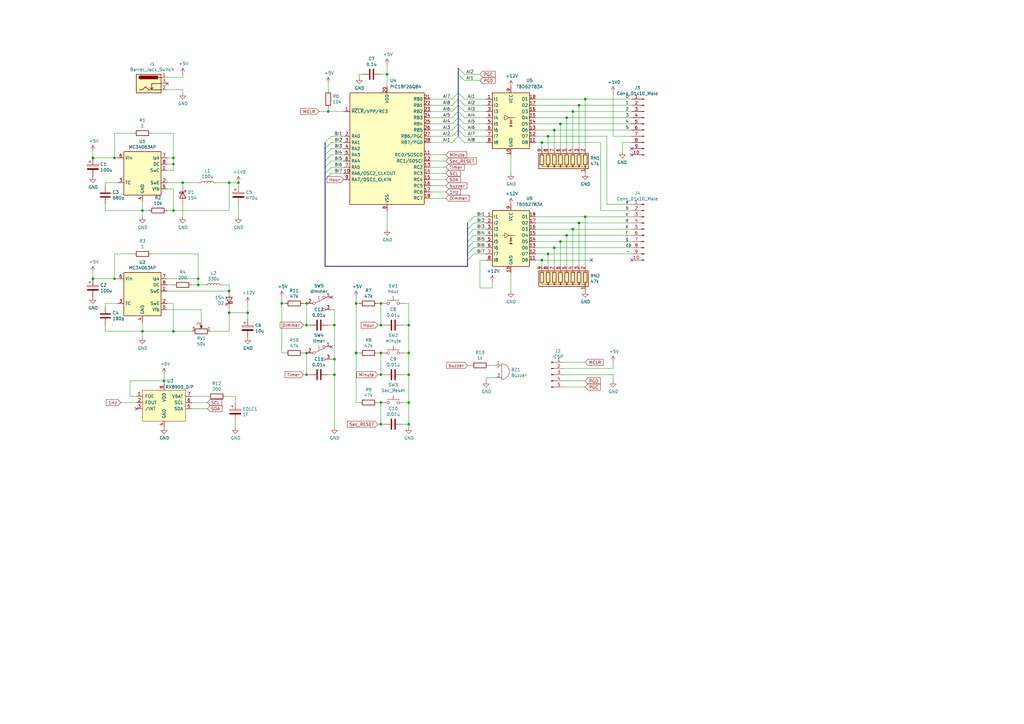
<source format=kicad_sch>
(kicad_sch (version 20231120) (generator "eeschema") (generator_version "8.0")
  (paper "A3")
  (lib_symbols
    (symbol "VFD時計制御-rescue:+12V-power" (power) (pin_names (offset 0))
      (property "Value" "+12V-power" (at 0 3.556 0))
      (symbol "+12V-power_1_1"
        (pin power_in line (at 0 0 90) (length 0) hide (name "+12V") (number "1"))
      )
    )
    (symbol "VFD時計制御-rescue:+1V0-power" (power) (pin_names (offset 0))
      (property "Value" "+1V0-power" (at 0 3.556 0))
      (symbol "+1V0-power_1_1"
        (pin power_in line (at 0 0 90) (length 0) hide (name "+1V0") (number "1"))
      )
    )
    (symbol "VFD時計制御-rescue:+5V-power" (power) (pin_names (offset 0))
      (property "Value" "+5V-power" (at 0 3.556 0))
      (symbol "+5V-power_1_1"
        (pin power_in line (at 0 0 90) (length 0) hide (name "+5V") (number "1"))
      )
    )
    (symbol "VFD時計制御-rescue:Barrel_Jack_Switch-Connector" (pin_names hide)
      (property "Reference" "J" (at 0 5.334 0))
      (property "Value" "Barrel_Jack_Switch-Connector" (at 0 -5.08 0))
      (symbol "Barrel_Jack_Switch-Connector_1_1"
        (pin passive line (at 7.62 2.54 180) (length 2.54) (name "~") (number "1"))
        (pin passive line (at 7.62 -2.54 180) (length 2.54) (name "~") (number "2"))
        (pin passive line (at 7.62 0 180) (length 2.54) (name "~") (number "3"))
      )
    )
    (symbol "VFD時計制御-rescue:Buzzer-Device" (pin_names (offset 0.0254) hide)
      (property "Reference" "BZ" (at 3.81 1.27 0))
      (property "Value" "Buzzer-Device" (at 3.81 -1.27 0))
      (symbol "Buzzer-Device_1_1"
        (pin passive line (at -2.54 2.54 0) (length 2.54) (name "-") (number "1"))
        (pin passive line (at -2.54 -2.54 0) (length 2.54) (name "+") (number "2"))
      )
    )
    (symbol "VFD時計制御-rescue:C-Device" (pin_numbers hide) (pin_names (offset 0.254))
      (property "Reference" "C" (at 0.635 2.54 0))
      (property "Value" "C-Device" (at 0.635 -2.54 0))
      (symbol "C-Device_1_1"
        (pin passive line (at 0 3.81 270) (length 2.794) (name "~") (number "1"))
        (pin passive line (at 0 -3.81 90) (length 2.794) (name "~") (number "2"))
      )
    )
    (symbol "VFD時計制御-rescue:CP-Device" (pin_numbers hide) (pin_names (offset 0.254))
      (property "Reference" "C" (at 0.635 2.54 0))
      (property "Value" "CP-Device" (at 0.635 -2.54 0))
      (symbol "CP-Device_1_1"
        (pin passive line (at 0 3.81 270) (length 2.794) (name "~") (number "1"))
        (pin passive line (at 0 -3.81 90) (length 2.794) (name "~") (number "2"))
      )
    )
    (symbol "VFD時計制御-rescue:Conn_01x05_Male-Connector" (pin_names (offset 1.016) hide)
      (property "Reference" "J" (at 0 7.62 0))
      (property "Value" "Conn_01x05_Male-Connector" (at 0 -7.62 0))
      (symbol "Conn_01x05_Male-Connector_1_1"
        (pin passive line (at 5.08 5.08 180) (length 3.81) (name "Pin_1") (number "1"))
        (pin passive line (at 5.08 2.54 180) (length 3.81) (name "Pin_2") (number "2"))
        (pin passive line (at 5.08 0 180) (length 3.81) (name "Pin_3") (number "3"))
        (pin passive line (at 5.08 -2.54 180) (length 3.81) (name "Pin_4") (number "4"))
        (pin passive line (at 5.08 -5.08 180) (length 3.81) (name "Pin_5") (number "5"))
      )
    )
    (symbol "VFD時計制御-rescue:Conn_01x10_Male-Connector" (pin_names (offset 1.016) hide)
      (property "Reference" "J" (at 0 12.7 0))
      (property "Value" "Conn_01x10_Male-Connector" (at 0 -15.24 0))
      (symbol "Conn_01x10_Male-Connector_1_1"
        (pin passive line (at 5.08 10.16 180) (length 3.81) (name "Pin_1") (number "1"))
        (pin passive line (at 5.08 -12.7 180) (length 3.81) (name "Pin_10") (number "10"))
        (pin passive line (at 5.08 7.62 180) (length 3.81) (name "Pin_2") (number "2"))
        (pin passive line (at 5.08 5.08 180) (length 3.81) (name "Pin_3") (number "3"))
        (pin passive line (at 5.08 2.54 180) (length 3.81) (name "Pin_4") (number "4"))
        (pin passive line (at 5.08 0 180) (length 3.81) (name "Pin_5") (number "5"))
        (pin passive line (at 5.08 -2.54 180) (length 3.81) (name "Pin_6") (number "6"))
        (pin passive line (at 5.08 -5.08 180) (length 3.81) (name "Pin_7") (number "7"))
        (pin passive line (at 5.08 -7.62 180) (length 3.81) (name "Pin_8") (number "8"))
        (pin passive line (at 5.08 -10.16 180) (length 3.81) (name "Pin_9") (number "9"))
      )
    )
    (symbol "VFD時計制御-rescue:D_Schottky-Device" (pin_numbers hide) (pin_names (offset 1.016) hide)
      (property "Reference" "D" (at 0 2.54 0))
      (property "Value" "D_Schottky-Device" (at 0 -2.54 0))
      (symbol "D_Schottky-Device_1_1"
        (pin passive line (at -3.81 0 0) (length 2.54) (name "K") (number "1"))
        (pin passive line (at 3.81 0 180) (length 2.54) (name "A") (number "2"))
      )
    )
    (symbol "VFD時計制御-rescue:GND-power" (power) (pin_names (offset 0))
      (property "Value" "GND-power" (at 0 -3.81 0))
      (symbol "GND-power_1_1"
        (pin power_in line (at 0 0 270) (length 0) hide (name "GND") (number "1"))
      )
    )
    (symbol "VFD時計制御-rescue:L-Device" (pin_numbers hide) (pin_names (offset 1.016) hide)
      (property "Reference" "L" (at -1.27 0 90))
      (property "Value" "L-Device" (at 1.905 0 90))
      (symbol "L-Device_1_1"
        (pin passive line (at 0 3.81 270) (length 1.27) (name "1") (number "1"))
        (pin passive line (at 0 -3.81 90) (length 1.27) (name "2") (number "2"))
      )
    )
    (symbol "VFD時計制御-rescue:MC34063AP-Regulator_Switching"
      (property "Reference" "U" (at -7.62 8.89 0))
      (property "Value" "MC34063AP-Regulator_Switching" (at 0 8.89 0))
      (symbol "MC34063AP-Regulator_Switching_1_1"
        (pin open_collector line (at 10.16 0 180) (length 2.54) (name "SwC") (number "1"))
        (pin open_emitter line (at 10.16 -5.08 180) (length 2.54) (name "SwE") (number "2"))
        (pin passive line (at -10.16 -5.08 0) (length 2.54) (name "TC") (number "3"))
        (pin power_in line (at 0 -12.7 90) (length 2.54) (name "GND") (number "4"))
        (pin input line (at 10.16 -7.62 180) (length 2.54) (name "Vfb") (number "5"))
        (pin power_in line (at -10.16 5.08 0) (length 2.54) (name "Vin") (number "6"))
        (pin input line (at 10.16 5.08 180) (length 2.54) (name "Ipk") (number "7"))
        (pin open_collector line (at 10.16 2.54 180) (length 2.54) (name "DC") (number "8"))
      )
    )
    (symbol "VFD時計制御-rescue:PIC18F26K22-xSP-MCU_Microchip_PIC18"
      (property "Reference" "U" (at -12.7 25.4 0))
      (property "Value" "PIC18F26K22-xSP-MCU_Microchip_PIC18" (at 12.7 25.4 0))
      (symbol "PIC18F26K22-xSP-MCU_Microchip_PIC18_1_1"
        (pin input line (at -17.78 15.24 0) (length 2.54) (name "~{MCLR}/VPP/RE3") (number "1"))
        (pin bidirectional line (at -17.78 -10.16 0) (length 2.54) (name "RA6/OSC2_CLKOUT") (number "10"))
        (pin bidirectional line (at 17.78 -2.54 180) (length 2.54) (name "RC0/SOSCO") (number "11"))
        (pin bidirectional line (at 17.78 -5.08 180) (length 2.54) (name "RC1/SOSCI") (number "12"))
        (pin bidirectional line (at 17.78 -7.62 180) (length 2.54) (name "RC2") (number "13"))
        (pin bidirectional line (at 17.78 -10.16 180) (length 2.54) (name "RC3") (number "14"))
        (pin bidirectional line (at 17.78 -12.7 180) (length 2.54) (name "RC4") (number "15"))
        (pin bidirectional line (at 17.78 -15.24 180) (length 2.54) (name "RC5") (number "16"))
        (pin bidirectional line (at 17.78 -17.78 180) (length 2.54) (name "RC6") (number "17"))
        (pin bidirectional line (at 17.78 -20.32 180) (length 2.54) (name "RC7") (number "18"))
        (pin passive line (at 0 -25.4 90) (length 2.54) hide (name "VSS") (number "19"))
        (pin bidirectional line (at -17.78 5.08 0) (length 2.54) (name "RA0") (number "2"))
        (pin power_in line (at 0 25.4 270) (length 2.54) (name "VDD") (number "20"))
        (pin bidirectional line (at 17.78 20.32 180) (length 2.54) (name "RB0") (number "21"))
        (pin bidirectional line (at 17.78 17.78 180) (length 2.54) (name "RB1") (number "22"))
        (pin bidirectional line (at 17.78 15.24 180) (length 2.54) (name "RB2") (number "23"))
        (pin bidirectional line (at 17.78 12.7 180) (length 2.54) (name "RB3") (number "24"))
        (pin bidirectional line (at 17.78 10.16 180) (length 2.54) (name "RB4") (number "25"))
        (pin bidirectional line (at 17.78 7.62 180) (length 2.54) (name "RB5") (number "26"))
        (pin bidirectional line (at 17.78 5.08 180) (length 2.54) (name "RB6/PGC") (number "27"))
        (pin bidirectional line (at 17.78 2.54 180) (length 2.54) (name "RB7/PGD") (number "28"))
        (pin bidirectional line (at -17.78 2.54 0) (length 2.54) (name "RA1") (number "3"))
        (pin bidirectional line (at -17.78 0 0) (length 2.54) (name "RA2") (number "4"))
        (pin bidirectional line (at -17.78 -2.54 0) (length 2.54) (name "RA3") (number "5"))
        (pin bidirectional line (at -17.78 -5.08 0) (length 2.54) (name "RA4") (number "6"))
        (pin bidirectional line (at -17.78 -7.62 0) (length 2.54) (name "RA5") (number "7"))
        (pin power_in line (at 0 -25.4 90) (length 2.54) (name "VSS") (number "8"))
        (pin bidirectional line (at -17.78 -12.7 0) (length 2.54) (name "RA7/OSC1_CLKIN") (number "9"))
      )
    )
    (symbol "VFD時計制御-rescue:R-Device" (pin_numbers hide) (pin_names (offset 0))
      (property "Reference" "R" (at 2.032 0 90))
      (property "Value" "R-Device" (at 0 0 90))
      (symbol "R-Device_1_1"
        (pin passive line (at 0 3.81 270) (length 1.27) (name "~") (number "1"))
        (pin passive line (at 0 -3.81 90) (length 1.27) (name "~") (number "2"))
      )
    )
    (symbol "VFD時計制御-rescue:RX8900_DIP-My_lib" (pin_names (offset 1.016))
      (property "Reference" "U" (at 0 2.54 0))
      (property "Value" "RX8900_DIP-My_lib" (at 0 0 0))
      (symbol "RX8900_DIP-My_lib_1_1"
        (pin input line (at -6.35 -5.08 0) (length 2.54) (name "FOE") (number "1"))
        (pin input line (at -6.35 -7.62 0) (length 2.54) (name "FOUT") (number "2"))
        (pin input line (at -6.35 -10.16 0) (length 2.54) (name "/INT") (number "3"))
        (pin input line (at 5.08 -17.78 90) (length 2.54) (name "GND") (number "4"))
        (pin input line (at 16.51 -10.16 180) (length 2.54) (name "SDA") (number "5"))
        (pin input line (at 16.51 -7.62 180) (length 2.54) (name "SCL") (number "6"))
        (pin input line (at 16.51 -5.08 180) (length 2.54) (name "VBAT") (number "7"))
        (pin input line (at 5.08 0 270) (length 2.54) (name "VDD") (number "8"))
      )
    )
    (symbol "VFD時計制御-rescue:R_Network08-Device" (pin_names (offset 0) hide)
      (property "Reference" "RN" (at -12.7 0 90))
      (property "Value" "R_Network08-Device" (at 10.16 0 90))
      (symbol "R_Network08-Device_1_1"
        (pin passive line (at -10.16 5.08 270) (length 2.54) (name "common") (number "1"))
        (pin passive line (at -10.16 -5.08 90) (length 1.27) (name "R1") (number "2"))
        (pin passive line (at -7.62 -5.08 90) (length 1.27) (name "R2") (number "3"))
        (pin passive line (at -5.08 -5.08 90) (length 1.27) (name "R3") (number "4"))
        (pin passive line (at -2.54 -5.08 90) (length 1.27) (name "R4") (number "5"))
        (pin passive line (at 0 -5.08 90) (length 1.27) (name "R5") (number "6"))
        (pin passive line (at 2.54 -5.08 90) (length 1.27) (name "R6") (number "7"))
        (pin passive line (at 5.08 -5.08 90) (length 1.27) (name "R7") (number "8"))
        (pin passive line (at 7.62 -5.08 90) (length 1.27) (name "R8") (number "9"))
      )
    )
    (symbol "VFD時計制御-rescue:R_POT-Device" (pin_names (offset 1.016) hide)
      (property "Reference" "RV" (at -4.445 0 90))
      (property "Value" "R_POT-Device" (at -2.54 0 90))
      (symbol "R_POT-Device_1_1"
        (pin passive line (at 0 3.81 270) (length 1.27) (name "1") (number "1"))
        (pin passive line (at 3.81 0 180) (length 1.27) (name "2") (number "2"))
        (pin passive line (at 0 -3.81 90) (length 1.27) (name "3") (number "3"))
      )
    )
    (symbol "VFD時計制御-rescue:SW_Push-Switch" (pin_numbers hide) (pin_names (offset 1.016) hide)
      (property "Reference" "SW" (at 1.27 2.54 0))
      (property "Value" "SW_Push-Switch" (at 0 -1.524 0))
      (symbol "SW_Push-Switch_0_1"
        (pin passive line (at -5.08 0 0) (length 2.54) (name "1") (number "1"))
        (pin passive line (at 5.08 0 180) (length 2.54) (name "2") (number "2"))
      )
    )
    (symbol "VFD時計制御-rescue:SW_Push_SPDT-Switch" (pin_names (offset 0) hide)
      (property "Reference" "SW" (at 0 4.318 0))
      (property "Value" "SW_Push_SPDT-Switch" (at 0 -5.08 0))
      (symbol "SW_Push_SPDT-Switch_1_1"
        (pin passive line (at 5.08 2.54 180) (length 2.54) (name "A") (number "1"))
        (pin passive line (at -5.08 0 0) (length 2.54) (name "B") (number "2"))
        (pin passive line (at 5.08 -2.54 180) (length 2.54) (name "C") (number "3"))
      )
    )
    (symbol "VFD時計制御-rescue:TBD62783A-Transistor_Array"
      (property "Reference" "U" (at -7.62 11.43 0))
      (property "Value" "TBD62783A-Transistor_Array" (at 1.27 11.43 0))
      (symbol "TBD62783A-Transistor_Array_1_1"
        (pin input line (at -10.16 7.62 0) (length 2.54) (name "I1") (number "1"))
        (pin power_in line (at 0 -15.24 90) (length 2.54) (name "GND") (number "10"))
        (pin open_emitter line (at 10.16 -10.16 180) (length 2.54) (name "O8") (number "11"))
        (pin open_emitter line (at 10.16 -7.62 180) (length 2.54) (name "O7") (number "12"))
        (pin open_emitter line (at 10.16 -5.08 180) (length 2.54) (name "O6") (number "13"))
        (pin open_emitter line (at 10.16 -2.54 180) (length 2.54) (name "O5") (number "14"))
        (pin open_emitter line (at 10.16 0 180) (length 2.54) (name "O4") (number "15"))
        (pin open_emitter line (at 10.16 2.54 180) (length 2.54) (name "O3") (number "16"))
        (pin open_emitter line (at 10.16 5.08 180) (length 2.54) (name "O2") (number "17"))
        (pin open_emitter line (at 10.16 7.62 180) (length 2.54) (name "O1") (number "18"))
        (pin input line (at -10.16 5.08 0) (length 2.54) (name "I2") (number "2"))
        (pin input line (at -10.16 2.54 0) (length 2.54) (name "I3") (number "3"))
        (pin input line (at -10.16 0 0) (length 2.54) (name "I4") (number "4"))
        (pin input line (at -10.16 -2.54 0) (length 2.54) (name "I5") (number "5"))
        (pin input line (at -10.16 -5.08 0) (length 2.54) (name "I6") (number "6"))
        (pin input line (at -10.16 -7.62 0) (length 2.54) (name "I7") (number "7"))
        (pin input line (at -10.16 -10.16 0) (length 2.54) (name "I8") (number "8"))
        (pin power_in line (at 0 12.7 270) (length 2.54) (name "VCC") (number "9"))
      )
    )
  )
  (junction (at 137.16 147.32))
  (junction (at 71.12 86.36))
  (junction (at 156.21 173.99))
  (junction (at 137.16 153.67))
  (junction (at 227.33 53.34))
  (junction (at 229.87 50.8))
  (junction (at 167.64 133.35))
  (junction (at 38.1 64.77))
  (junction (at 232.41 48.26))
  (junction (at 134.62 45.72))
  (junction (at 101.6 128.27))
  (junction (at 125.73 153.67))
  (junction (at 38.1 114.3))
  (junction (at 58.42 86.36))
  (junction (at 156.21 133.35))
  (junction (at 167.64 153.67))
  (junction (at 156.21 165.1))
  (junction (at 227.33 101.6))
  (junction (at 81.28 114.3))
  (junction (at 137.16 133.35))
  (junction (at 93.98 119.38))
  (junction (at 224.79 55.88))
  (junction (at 237.49 91.44))
  (junction (at 125.73 124.46))
  (junction (at 71.12 135.89))
  (junction (at 229.87 99.06))
  (junction (at 237.49 43.18))
  (junction (at 222.25 106.68))
  (junction (at 234.95 45.72))
  (junction (at 115.57 124.46))
  (junction (at 71.12 64.77))
  (junction (at 240.03 88.9))
  (junction (at 158.75 30.48))
  (junction (at 224.79 104.14))
  (junction (at 97.79 74.93))
  (junction (at 93.98 74.93))
  (junction (at 125.73 144.78))
  (junction (at 146.05 124.46))
  (junction (at 167.64 144.78))
  (junction (at 46.99 114.3))
  (junction (at 232.41 96.52))
  (junction (at 240.03 40.64))
  (junction (at 81.28 116.84))
  (junction (at 125.73 133.35))
  (junction (at 74.93 74.93))
  (junction (at 58.42 135.89))
  (junction (at 167.64 173.99))
  (junction (at 156.21 124.46))
  (junction (at 156.21 153.67))
  (junction (at 93.98 128.27))
  (junction (at 234.95 93.98))
  (junction (at 71.12 67.31))
  (junction (at 46.99 64.77))
  (junction (at 167.64 165.1))
  (junction (at 67.31 156.21))
  (junction (at 222.25 58.42))
  (junction (at 146.05 144.78))
  (junction (at 156.21 144.78))
  (no_connect (at 55.88 167.64))
  (no_connect (at 68.58 34.29))
  (no_connect (at 259.08 106.68))
  (no_connect (at 135.89 142.24))
  (no_connect (at 259.08 60.96))
  (no_connect (at 135.89 121.92))
  (no_connect (at 259.08 63.5))
  (no_connect (at 242.57 106.68))
  (bus_entry (at 185.42 45.72) (size 2.54 -2.54))
  (bus_entry (at 191.77 99.06) (size 2.54 -2.54))
  (bus_entry (at 185.42 50.8) (size 2.54 -2.54))
  (bus_entry (at 191.77 91.44) (size 2.54 -2.54))
  (bus_entry (at 190.5 53.34) (size -2.54 -2.54))
  (bus_entry (at 190.5 43.18) (size -2.54 -2.54))
  (bus_entry (at 133.35 71.12) (size 2.54 -2.54))
  (bus_entry (at 191.77 104.14) (size 2.54 -2.54))
  (bus_entry (at 133.35 73.66) (size 2.54 -2.54))
  (bus_entry (at 185.42 43.18) (size 2.54 -2.54))
  (bus_entry (at 190.5 40.64) (size -2.54 -2.54))
  (bus_entry (at 190.5 55.88) (size -2.54 -2.54))
  (bus_entry (at 185.42 55.88) (size 2.54 -2.54))
  (bus_entry (at 191.77 93.98) (size 2.54 -2.54))
  (bus_entry (at 191.77 101.6) (size 2.54 -2.54))
  (bus_entry (at 185.42 40.64) (size 2.54 -2.54))
  (bus_entry (at 190.5 58.42) (size -2.54 -2.54))
  (bus_entry (at 185.42 53.34) (size 2.54 -2.54))
  (bus_entry (at 190.5 33.02) (size -2.54 -2.54))
  (bus_entry (at 133.35 66.04) (size 2.54 -2.54))
  (bus_entry (at 190.5 45.72) (size -2.54 -2.54))
  (bus_entry (at 191.77 106.68) (size 2.54 -2.54))
  (bus_entry (at 133.35 63.5) (size 2.54 -2.54))
  (bus_entry (at 133.35 58.42) (size 2.54 -2.54))
  (bus_entry (at 185.42 58.42) (size 2.54 -2.54))
  (bus_entry (at 190.5 48.26) (size -2.54 -2.54))
  (bus_entry (at 133.35 68.58) (size 2.54 -2.54))
  (bus_entry (at 190.5 50.8) (size -2.54 -2.54))
  (bus_entry (at 185.42 48.26) (size 2.54 -2.54))
  (bus_entry (at 191.77 96.52) (size 2.54 -2.54))
  (bus_entry (at 133.35 60.96) (size 2.54 -2.54))
  (bus_entry (at 190.5 30.48) (size -2.54 -2.54))
  (bus (pts (xy 191.77 106.68) (xy 191.77 109.22)))
  (wire (pts (xy 224.79 109.22) (xy 224.79 104.14)))
  (wire (pts (xy 237.49 43.18) (xy 259.08 43.18)))
  (wire (pts (xy 43.18 83.82) (xy 43.18 86.36)))
  (bus (pts (xy 133.35 109.22) (xy 191.77 109.22)))
  (wire (pts (xy 237.49 91.44) (xy 237.49 109.22)))
  (wire (pts (xy 78.74 116.84) (xy 81.28 116.84)))
  (wire (pts (xy 200.66 149.86) (xy 203.2 149.86)))
  (wire (pts (xy 97.79 83.82) (xy 97.79 88.9)))
  (wire (pts (xy 146.05 124.46) (xy 146.05 121.92)))
  (wire (pts (xy 58.42 86.36) (xy 58.42 82.55)))
  (wire (pts (xy 156.21 153.67) (xy 157.48 153.67)))
  (wire (pts (xy 67.31 153.67) (xy 67.31 156.21)))
  (wire (pts (xy 53.34 156.21) (xy 67.31 156.21)))
  (wire (pts (xy 176.53 53.34) (xy 185.42 53.34)))
  (wire (pts (xy 93.98 128.27) (xy 93.98 127)))
  (wire (pts (xy 48.26 64.77) (xy 46.99 64.77)))
  (wire (pts (xy 81.28 114.3) (xy 68.58 114.3)))
  (wire (pts (xy 135.89 147.32) (xy 137.16 147.32)))
  (wire (pts (xy 74.93 83.82) (xy 74.93 88.9)))
  (wire (pts (xy 167.64 165.1) (xy 167.64 173.99)))
  (wire (pts (xy 194.31 88.9) (xy 199.39 88.9)))
  (wire (pts (xy 222.25 106.68) (xy 222.25 109.22)))
  (wire (pts (xy 166.37 144.78) (xy 167.64 144.78)))
  (wire (pts (xy 176.53 68.58) (xy 182.88 68.58)))
  (wire (pts (xy 135.89 55.88) (xy 140.97 55.88)))
  (wire (pts (xy 199.39 106.68) (xy 196.85 106.68)))
  (bus (pts (xy 187.96 53.34) (xy 187.96 55.88)))
  (wire (pts (xy 194.31 104.14) (xy 199.39 104.14)))
  (bus (pts (xy 187.96 48.26) (xy 187.96 50.8)))
  (wire (pts (xy 224.79 104.14) (xy 259.08 104.14)))
  (wire (pts (xy 53.34 162.56) (xy 53.34 156.21)))
  (wire (pts (xy 167.64 153.67) (xy 167.64 144.78)))
  (wire (pts (xy 227.33 101.6) (xy 259.08 101.6)))
  (wire (pts (xy 232.41 96.52) (xy 259.08 96.52)))
  (wire (pts (xy 71.12 77.47) (xy 71.12 86.36)))
  (wire (pts (xy 251.46 55.88) (xy 259.08 55.88)))
  (wire (pts (xy 85.09 162.56) (xy 78.74 162.56)))
  (wire (pts (xy 93.98 74.93) (xy 97.79 74.93)))
  (wire (pts (xy 240.03 109.22) (xy 240.03 88.9)))
  (wire (pts (xy 222.25 106.68) (xy 242.57 106.68)))
  (wire (pts (xy 167.64 144.78) (xy 167.64 133.35)))
  (wire (pts (xy 156.21 124.46) (xy 156.21 133.35)))
  (wire (pts (xy 154.94 173.99) (xy 156.21 173.99)))
  (bus (pts (xy 187.96 45.72) (xy 187.96 48.26)))
  (wire (pts (xy 74.93 74.93) (xy 74.93 76.2)))
  (wire (pts (xy 165.1 133.35) (xy 167.64 133.35)))
  (wire (pts (xy 234.95 60.96) (xy 234.95 45.72)))
  (wire (pts (xy 190.5 48.26) (xy 199.39 48.26)))
  (wire (pts (xy 71.12 54.61) (xy 71.12 64.77)))
  (bus (pts (xy 187.96 43.18) (xy 187.96 45.72)))
  (wire (pts (xy 240.03 88.9) (xy 219.71 88.9)))
  (wire (pts (xy 191.77 149.86) (xy 193.04 149.86)))
  (wire (pts (xy 234.95 93.98) (xy 259.08 93.98)))
  (bus (pts (xy 191.77 93.98) (xy 191.77 96.52)))
  (wire (pts (xy 154.94 153.67) (xy 156.21 153.67)))
  (wire (pts (xy 68.58 116.84) (xy 71.12 116.84)))
  (wire (pts (xy 255.27 62.23) (xy 255.27 58.42)))
  (wire (pts (xy 219.71 53.34) (xy 227.33 53.34)))
  (wire (pts (xy 176.53 58.42) (xy 185.42 58.42)))
  (wire (pts (xy 176.53 63.5) (xy 182.88 63.5)))
  (wire (pts (xy 234.95 45.72) (xy 219.71 45.72)))
  (wire (pts (xy 91.44 116.84) (xy 93.98 116.84)))
  (wire (pts (xy 240.03 40.64) (xy 259.08 40.64)))
  (wire (pts (xy 229.87 50.8) (xy 219.71 50.8)))
  (wire (pts (xy 219.71 96.52) (xy 232.41 96.52)))
  (wire (pts (xy 135.89 127) (xy 137.16 127)))
  (wire (pts (xy 88.9 74.93) (xy 93.98 74.93)))
  (wire (pts (xy 158.75 35.56) (xy 158.75 30.48)))
  (wire (pts (xy 219.71 101.6) (xy 227.33 101.6)))
  (wire (pts (xy 167.64 133.35) (xy 167.64 124.46)))
  (wire (pts (xy 134.62 153.67) (xy 137.16 153.67)))
  (wire (pts (xy 68.58 31.75) (xy 74.93 31.75)))
  (wire (pts (xy 82.55 127) (xy 68.58 127)))
  (wire (pts (xy 135.89 71.12) (xy 140.97 71.12)))
  (wire (pts (xy 135.89 63.5) (xy 140.97 63.5)))
  (wire (pts (xy 227.33 53.34) (xy 227.33 60.96)))
  (wire (pts (xy 240.03 158.75) (xy 231.14 158.75)))
  (wire (pts (xy 194.31 91.44) (xy 199.39 91.44)))
  (wire (pts (xy 71.12 69.85) (xy 68.58 69.85)))
  (wire (pts (xy 130.81 45.72) (xy 134.62 45.72)))
  (wire (pts (xy 49.53 165.1) (xy 55.88 165.1)))
  (wire (pts (xy 38.1 64.77) (xy 46.99 64.77)))
  (wire (pts (xy 190.5 50.8) (xy 199.39 50.8)))
  (wire (pts (xy 115.57 124.46) (xy 115.57 121.92)))
  (wire (pts (xy 137.16 133.35) (xy 137.16 147.32)))
  (bus (pts (xy 133.35 66.04) (xy 133.35 68.58)))
  (wire (pts (xy 190.5 33.02) (xy 196.85 33.02)))
  (wire (pts (xy 60.96 86.36) (xy 58.42 86.36)))
  (wire (pts (xy 199.39 154.94) (xy 203.2 154.94)))
  (wire (pts (xy 176.53 45.72) (xy 185.42 45.72)))
  (wire (pts (xy 166.37 165.1) (xy 167.64 165.1)))
  (wire (pts (xy 137.16 147.32) (xy 137.16 153.67)))
  (wire (pts (xy 156.21 173.99) (xy 157.48 173.99)))
  (bus (pts (xy 133.35 58.42) (xy 133.35 60.96)))
  (wire (pts (xy 240.03 40.64) (xy 219.71 40.64)))
  (wire (pts (xy 74.93 74.93) (xy 81.28 74.93)))
  (wire (pts (xy 134.62 45.72) (xy 140.97 45.72)))
  (wire (pts (xy 222.25 58.42) (xy 246.38 58.42)))
  (wire (pts (xy 176.53 40.64) (xy 185.42 40.64)))
  (wire (pts (xy 135.89 68.58) (xy 140.97 68.58)))
  (bus (pts (xy 187.96 40.64) (xy 187.96 43.18)))
  (wire (pts (xy 156.21 173.99) (xy 156.21 165.1)))
  (wire (pts (xy 176.53 78.74) (xy 182.88 78.74)))
  (wire (pts (xy 93.98 135.89) (xy 93.98 128.27)))
  (wire (pts (xy 78.74 167.64) (xy 85.09 167.64)))
  (wire (pts (xy 156.21 133.35) (xy 154.94 133.35)))
  (wire (pts (xy 251.46 151.13) (xy 231.14 151.13)))
  (wire (pts (xy 255.27 58.42) (xy 259.08 58.42)))
  (wire (pts (xy 176.53 43.18) (xy 185.42 43.18)))
  (wire (pts (xy 240.03 60.96) (xy 240.03 40.64)))
  (wire (pts (xy 158.75 30.48) (xy 158.75 26.67)))
  (wire (pts (xy 62.23 104.14) (xy 81.28 104.14)))
  (wire (pts (xy 156.21 30.48) (xy 158.75 30.48)))
  (wire (pts (xy 176.53 73.66) (xy 182.88 73.66)))
  (wire (pts (xy 234.95 45.72) (xy 259.08 45.72)))
  (wire (pts (xy 176.53 71.12) (xy 182.88 71.12)))
  (wire (pts (xy 227.33 101.6) (xy 227.33 109.22)))
  (wire (pts (xy 176.53 55.88) (xy 185.42 55.88)))
  (wire (pts (xy 137.16 127) (xy 137.16 133.35)))
  (wire (pts (xy 48.26 114.3) (xy 46.99 114.3)))
  (wire (pts (xy 93.98 128.27) (xy 101.6 128.27)))
  (wire (pts (xy 86.36 135.89) (xy 93.98 135.89)))
  (wire (pts (xy 71.12 86.36) (xy 93.98 86.36)))
  (wire (pts (xy 81.28 116.84) (xy 83.82 116.84)))
  (bus (pts (xy 187.96 38.1) (xy 187.96 40.64)))
  (wire (pts (xy 134.62 44.45) (xy 134.62 45.72)))
  (wire (pts (xy 229.87 99.06) (xy 259.08 99.06)))
  (wire (pts (xy 222.25 58.42) (xy 222.25 60.96)))
  (wire (pts (xy 157.48 133.35) (xy 156.21 133.35)))
  (wire (pts (xy 147.32 30.48) (xy 148.59 30.48)))
  (wire (pts (xy 71.12 67.31) (xy 71.12 69.85)))
  (wire (pts (xy 229.87 60.96) (xy 229.87 50.8)))
  (wire (pts (xy 124.46 153.67) (xy 125.73 153.67)))
  (wire (pts (xy 240.03 88.9) (xy 259.08 88.9)))
  (wire (pts (xy 93.98 119.38) (xy 68.58 119.38)))
  (wire (pts (xy 219.71 91.44) (xy 237.49 91.44)))
  (wire (pts (xy 46.99 54.61) (xy 54.61 54.61)))
  (wire (pts (xy 38.1 62.23) (xy 38.1 64.77)))
  (wire (pts (xy 74.93 36.83) (xy 74.93 38.1)))
  (wire (pts (xy 194.31 96.52) (xy 199.39 96.52)))
  (wire (pts (xy 190.5 58.42) (xy 199.39 58.42)))
  (bus (pts (xy 133.35 71.12) (xy 133.35 73.66)))
  (wire (pts (xy 97.79 74.93) (xy 97.79 76.2)))
  (wire (pts (xy 125.73 124.46) (xy 125.73 133.35)))
  (wire (pts (xy 116.84 144.78) (xy 115.57 144.78)))
  (wire (pts (xy 68.58 77.47) (xy 71.12 77.47)))
  (wire (pts (xy 154.94 144.78) (xy 156.21 144.78)))
  (wire (pts (xy 68.58 74.93) (xy 74.93 74.93)))
  (wire (pts (xy 232.41 48.26) (xy 259.08 48.26)))
  (wire (pts (xy 146.05 144.78) (xy 146.05 124.46)))
  (wire (pts (xy 209.55 111.76) (xy 209.55 119.38)))
  (wire (pts (xy 96.52 162.56) (xy 92.71 162.56)))
  (wire (pts (xy 190.5 53.34) (xy 199.39 53.34)))
  (wire (pts (xy 246.38 86.36) (xy 246.38 58.42)))
  (wire (pts (xy 248.92 83.82) (xy 259.08 83.82)))
  (wire (pts (xy 237.49 43.18) (xy 237.49 60.96)))
  (wire (pts (xy 201.93 115.57) (xy 201.93 118.11)))
  (wire (pts (xy 251.46 148.59) (xy 251.46 151.13)))
  (bus (pts (xy 133.35 73.66) (xy 133.35 109.22)))
  (wire (pts (xy 219.71 43.18) (xy 237.49 43.18)))
  (wire (pts (xy 167.64 165.1) (xy 167.64 153.67)))
  (wire (pts (xy 190.5 55.88) (xy 199.39 55.88)))
  (wire (pts (xy 96.52 175.26) (xy 96.52 172.72)))
  (wire (pts (xy 176.53 50.8) (xy 185.42 50.8)))
  (wire (pts (xy 176.53 76.2) (xy 182.88 76.2)))
  (wire (pts (xy 165.1 173.99) (xy 167.64 173.99)))
  (wire (pts (xy 58.42 135.89) (xy 58.42 132.08)))
  (bus (pts (xy 191.77 91.44) (xy 191.77 93.98)))
  (wire (pts (xy 71.12 67.31) (xy 68.58 67.31)))
  (wire (pts (xy 81.28 104.14) (xy 81.28 114.3)))
  (wire (pts (xy 224.79 60.96) (xy 224.79 55.88)))
  (wire (pts (xy 240.03 148.59) (xy 231.14 148.59)))
  (wire (pts (xy 135.89 60.96) (xy 140.97 60.96)))
  (wire (pts (xy 55.88 162.56) (xy 53.34 162.56)))
  (bus (pts (xy 133.35 68.58) (xy 133.35 71.12)))
  (wire (pts (xy 167.64 173.99) (xy 167.64 175.26)))
  (wire (pts (xy 43.18 76.2) (xy 43.18 74.93)))
  (wire (pts (xy 229.87 99.06) (xy 219.71 99.06)))
  (wire (pts (xy 101.6 128.27) (xy 101.6 130.81)))
  (bus (pts (xy 187.96 50.8) (xy 187.96 53.34)))
  (wire (pts (xy 124.46 144.78) (xy 125.73 144.78)))
  (wire (pts (xy 124.46 124.46) (xy 125.73 124.46)))
  (wire (pts (xy 224.79 55.88) (xy 248.92 55.88)))
  (bus (pts (xy 133.35 60.96) (xy 133.35 63.5)))
  (wire (pts (xy 231.14 153.67) (xy 251.46 153.67)))
  (wire (pts (xy 146.05 165.1) (xy 146.05 144.78)))
  (wire (pts (xy 134.62 133.35) (xy 137.16 133.35)))
  (wire (pts (xy 251.46 153.67) (xy 251.46 156.21)))
  (wire (pts (xy 237.49 91.44) (xy 259.08 91.44)))
  (wire (pts (xy 71.12 124.46) (xy 71.12 135.89)))
  (wire (pts (xy 93.98 74.93) (xy 93.98 86.36)))
  (wire (pts (xy 81.28 114.3) (xy 81.28 116.84)))
  (wire (pts (xy 190.5 40.64) (xy 199.39 40.64)))
  (wire (pts (xy 147.32 165.1) (xy 146.05 165.1)))
  (wire (pts (xy 196.85 118.11) (xy 196.85 106.68)))
  (wire (pts (xy 43.18 86.36) (xy 58.42 86.36)))
  (bus (pts (xy 191.77 96.52) (xy 191.77 99.06)))
  (wire (pts (xy 167.64 124.46) (xy 166.37 124.46)))
  (wire (pts (xy 67.31 157.48) (xy 67.31 156.21)))
  (wire (pts (xy 227.33 53.34) (xy 259.08 53.34)))
  (wire (pts (xy 176.53 81.28) (xy 182.88 81.28)))
  (wire (pts (xy 38.1 111.76) (xy 38.1 114.3)))
  (wire (pts (xy 234.95 109.22) (xy 234.95 93.98)))
  (wire (pts (xy 43.18 125.73) (xy 43.18 124.46)))
  (wire (pts (xy 176.53 48.26) (xy 185.42 48.26)))
  (wire (pts (xy 201.93 118.11) (xy 196.85 118.11)))
  (wire (pts (xy 82.55 132.08) (xy 82.55 127)))
  (wire (pts (xy 43.18 74.93) (xy 48.26 74.93)))
  (wire (pts (xy 125.73 153.67) (xy 125.73 144.78)))
  (wire (pts (xy 74.93 31.75) (xy 74.93 30.48)))
  (wire (pts (xy 71.12 135.89) (xy 58.42 135.89)))
  (wire (pts (xy 232.41 96.52) (xy 232.41 109.22)))
  (wire (pts (xy 232.41 48.26) (xy 232.41 60.96)))
  (wire (pts (xy 209.55 71.12) (xy 209.55 63.5)))
  (wire (pts (xy 248.92 83.82) (xy 248.92 55.88)))
  (wire (pts (xy 219.71 58.42) (xy 222.25 58.42)))
  (wire (pts (xy 68.58 36.83) (xy 74.93 36.83)))
  (wire (pts (xy 147.32 144.78) (xy 146.05 144.78)))
  (wire (pts (xy 194.31 99.06) (xy 199.39 99.06)))
  (wire (pts (xy 234.95 93.98) (xy 219.71 93.98)))
  (wire (pts (xy 125.73 153.67) (xy 127 153.67)))
  (bus (pts (xy 187.96 27.94) (xy 187.96 30.48)))
  (bus (pts (xy 191.77 104.14) (xy 191.77 106.68)))
  (wire (pts (xy 219.71 106.68) (xy 222.25 106.68)))
  (wire (pts (xy 194.31 93.98) (xy 199.39 93.98)))
  (wire (pts (xy 156.21 153.67) (xy 156.21 144.78)))
  (wire (pts (xy 46.99 104.14) (xy 46.99 114.3)))
  (wire (pts (xy 224.79 104.14) (xy 219.71 104.14)))
  (wire (pts (xy 93.98 116.84) (xy 93.98 119.38)))
  (wire (pts (xy 116.84 124.46) (xy 115.57 124.46)))
  (wire (pts (xy 231.14 156.21) (xy 240.03 156.21)))
  (wire (pts (xy 96.52 165.1) (xy 96.52 162.56)))
  (wire (pts (xy 147.32 124.46) (xy 146.05 124.46)))
  (wire (pts (xy 134.62 34.29) (xy 134.62 36.83)))
  (wire (pts (xy 125.73 133.35) (xy 124.46 133.35)))
  (bus (pts (xy 133.35 63.5) (xy 133.35 66.04)))
  (wire (pts (xy 176.53 66.04) (xy 182.88 66.04)))
  (wire (pts (xy 137.16 153.67) (xy 137.16 175.26)))
  (wire (pts (xy 58.42 138.43) (xy 58.42 135.89)))
  (wire (pts (xy 251.46 38.1) (xy 251.46 55.88)))
  (wire (pts (xy 219.71 48.26) (xy 232.41 48.26)))
  (wire (pts (xy 127 133.35) (xy 125.73 133.35)))
  (bus (pts (xy 187.96 30.48) (xy 187.96 38.1)))
  (wire (pts (xy 158.75 93.98) (xy 158.75 86.36)))
  (wire (pts (xy 147.32 31.75) (xy 147.32 30.48)))
  (wire (pts (xy 62.23 54.61) (xy 71.12 54.61)))
  (wire (pts (xy 43.18 124.46) (xy 48.26 124.46)))
  (wire (pts (xy 190.5 45.72) (xy 199.39 45.72)))
  (wire (pts (xy 71.12 64.77) (xy 68.58 64.77)))
  (wire (pts (xy 229.87 50.8) (xy 259.08 50.8)))
  (wire (pts (xy 229.87 109.22) (xy 229.87 99.06)))
  (wire (pts (xy 78.74 165.1) (xy 85.09 165.1)))
  (wire (pts (xy 43.18 133.35) (xy 43.18 135.89)))
  (wire (pts (xy 190.5 43.18) (xy 199.39 43.18)))
  (wire (pts (xy 46.99 54.61) (xy 46.99 64.77)))
  (wire (pts (xy 43.18 135.89) (xy 58.42 135.89)))
  (wire (pts (xy 224.79 55.88) (xy 219.71 55.88)))
  (wire (pts (xy 190.5 30.48) (xy 196.85 30.48)))
  (wire (pts (xy 135.89 66.04) (xy 140.97 66.04)))
  (wire (pts (xy 115.57 144.78) (xy 115.57 124.46)))
  (wire (pts (xy 46.99 104.14) (xy 54.61 104.14)))
  (wire (pts (xy 71.12 64.77) (xy 71.12 67.31)))
  (wire (pts (xy 135.89 58.42) (xy 140.97 58.42)))
  (wire (pts (xy 71.12 135.89) (xy 78.74 135.89)))
  (wire (pts (xy 199.39 156.21) (xy 199.39 154.94)))
  (bus (pts (xy 191.77 101.6) (xy 191.77 104.14)))
  (wire (pts (xy 246.38 86.36) (xy 259.08 86.36)))
  (wire (pts (xy 101.6 128.27) (xy 101.6 124.46)))
  (bus (pts (xy 191.77 99.06) (xy 191.77 101.6)))
  (wire (pts (xy 154.94 165.1) (xy 156.21 165.1)))
  (wire (pts (xy 165.1 153.67) (xy 167.64 153.67)))
  (wire (pts (xy 58.42 88.9) (xy 58.42 86.36)))
  (wire (pts (xy 154.94 124.46) (xy 156.21 124.46)))
  (wire (pts (xy 194.31 101.6) (xy 199.39 101.6)))
  (wire (pts (xy 68.58 124.46) (xy 71.12 124.46)))
  (wire (pts (xy 71.12 86.36) (xy 68.58 86.36)))
  (wire (pts (xy 38.1 114.3) (xy 46.99 114.3)))
  (label "BI6" (at 137.16 68.58 0))
  (label "AI6" (at 191.77 53.34 0))
  (label "BI4" (at 137.16 63.5 0))
  (label "AI8" (at 181.61 43.18 0))
  (label "AI7" (at 181.61 40.64 0))
  (label "BI4" (at 195.58 96.52 0))
  (label "dp" (at 256.54 101.6 0))
  (label "AI5" (at 181.61 48.26 0))
  (label "b" (at 256.54 86.36 0))
  (label "AI2" (at 191.77 43.18 0))
  (label "BI3" (at 137.16 60.96 0))
  (label "g" (at 256.54 99.06 0))
  (label "BI7" (at 195.58 104.14 0))
  (label "-" (at 256.54 104.14 0))
  (label "BI2" (at 195.58 91.44 0))
  (label "4" (at 256.54 50.8 0))
  (label "AI8" (at 191.77 58.42 0))
  (label "f" (at 256.54 96.52 0))
  (label "AI2" (at 181.61 55.88 0))
  (label "AI1" (at 191.77 40.64 0))
  (label "AI4" (at 181.61 50.8 0))
  (label "e" (at 256.54 93.98 0))
  (label "BI1" (at 195.58 88.9 0))
  (label "BI1" (at 137.16 55.88 0))
  (label "AI2" (at 194.31 30.48 180))
  (label "AI1" (at 194.31 33.02 180))
  (label "BI5" (at 195.58 99.06 0))
  (label "BI7" (at 137.16 71.12 0))
  (label "5" (at 256.54 53.34 0))
  (label "a" (at 256.54 83.82 0))
  (label "AI6" (at 181.61 45.72 0))
  (label "1" (at 256.54 43.18 0))
  (label "BI3" (at 195.58 93.98 0))
  (label "c" (at 256.54 88.9 0))
  (label "2" (at 256.54 45.72 0))
  (label "AI7" (at 191.77 55.88 0))
  (label "d" (at 256.54 91.44 0))
  (label "0" (at 256.54 40.64 0))
  (label "BI2" (at 137.16 58.42 0))
  (label "BI6" (at 195.58 101.6 0))
  (label "AI1" (at 181.61 58.42 0))
  (label "AI4" (at 191.77 48.26 0))
  (label "BI5" (at 137.16 66.04 0))
  (label "AI3" (at 181.61 53.34 0))
  (label "AI5" (at 191.77 50.8 0))
  (label "3" (at 256.54 48.26 0))
  (label "AI3" (at 191.77 45.72 0))
  (global_label "1Hz" (shape input) (at 182.88 78.74 0) (property "Intersheetrefs" "${INTERSHEET_REFS}" (effects (hide yes))))
  (global_label "PGD" (shape input) (at 240.03 156.21 0) (property "Intersheetrefs" "${INTERSHEET_REFS}" (effects (hide yes))))
  (global_label "Timer" (shape input) (at 182.88 68.58 0) (property "Intersheetrefs" "${INTERSHEET_REFS}" (effects (hide yes))))
  (global_label "1Hz" (shape input) (at 49.53 165.1 180) (property "Intersheetrefs" "${INTERSHEET_REFS}" (effects (hide yes))))
  (global_label "Sec_RESET" (shape input) (at 154.94 173.99 180) (property "Intersheetrefs" "${INTERSHEET_REFS}" (effects (hide yes))))
  (global_label "Dimmer" (shape input) (at 124.46 133.35 180) (property "Intersheetrefs" "${INTERSHEET_REFS}" (effects (hide yes))))
  (global_label "Minute" (shape input) (at 182.88 63.5 0) (property "Intersheetrefs" "${INTERSHEET_REFS}" (effects (hide yes))))
  (global_label "PGC" (shape input) (at 240.03 158.75 0) (property "Intersheetrefs" "${INTERSHEET_REFS}" (effects (hide yes))))
  (global_label "Timer" (shape input) (at 124.46 153.67 180) (property "Intersheetrefs" "${INTERSHEET_REFS}" (effects (hide yes))))
  (global_label "Hour" (shape input) (at 140.97 73.66 180) (property "Intersheetrefs" "${INTERSHEET_REFS}" (effects (hide yes))))
  (global_label "Sec_RESET" (shape input) (at 182.88 66.04 0) (property "Intersheetrefs" "${INTERSHEET_REFS}" (effects (hide yes))))
  (global_label "SCL" (shape input) (at 182.88 71.12 0) (property "Intersheetrefs" "${INTERSHEET_REFS}" (effects (hide yes))))
  (global_label "MCLR" (shape input) (at 240.03 148.59 0) (property "Intersheetrefs" "${INTERSHEET_REFS}" (effects (hide yes))))
  (global_label "PGC" (shape input) (at 196.85 30.48 0) (property "Intersheetrefs" "${INTERSHEET_REFS}" (effects (hide yes))))
  (global_label "SDA" (shape input) (at 182.88 73.66 0) (property "Intersheetrefs" "${INTERSHEET_REFS}" (effects (hide yes))))
  (global_label "PGD" (shape input) (at 196.85 33.02 0) (property "Intersheetrefs" "${INTERSHEET_REFS}" (effects (hide yes))))
  (global_label "SCL" (shape input) (at 85.09 165.1 0) (property "Intersheetrefs" "${INTERSHEET_REFS}" (effects (hide yes))))
  (global_label "SDA" (shape input) (at 85.09 167.64 0) (property "Intersheetrefs" "${INTERSHEET_REFS}" (effects (hide yes))))
  (global_label "Dimmer" (shape input) (at 182.88 81.28 0) (property "Intersheetrefs" "${INTERSHEET_REFS}" (effects (hide yes))))
  (global_label "Minute" (shape input) (at 154.94 153.67 180) (property "Intersheetrefs" "${INTERSHEET_REFS}" (effects (hide yes))))
  (global_label "buzzer" (shape input) (at 191.77 149.86 180) (property "Intersheetrefs" "${INTERSHEET_REFS}" (effects (hide yes))))
  (global_label "MCLR" (shape input) (at 130.81 45.72 180) (property "Intersheetrefs" "${INTERSHEET_REFS}" (effects (hide yes))))
  (global_label "buzzer" (shape input) (at 182.88 76.2 0) (property "Intersheetrefs" "${INTERSHEET_REFS}" (effects (hide yes))))
  (global_label "Hour" (shape input) (at 154.94 133.35 180) (property "Intersheetrefs" "${INTERSHEET_REFS}" (effects (hide yes))))
  (symbol (lib_id "VFD時計制御-rescue:MC34063AP-Regulator_Switching") (at 58.42 69.85 0) (unit 1)
    (property "Reference" "U1" (at 58.42 57.9882 0))
    (property "Value" "MC34063AP" (at 58.42 60.2996 0))
    (property "Footprint" "Package_DIP:DIP-8_W7.62mm" (effects (hide yes)))
    (property "Datasheet" "http://www.onsemi.com/pub_link/Collateral/MC34063A-D.PDF" (effects (hide yes)))
  )
  (symbol (lib_id "VFD時計制御-rescue:GND-power") (at 58.42 88.9 0) (unit 1)
    (property "Reference" "#PWR05" (effects (hide yes)))
    (property "Value" "GND" (at 58.547 93.2942 0))
  )
  (symbol (lib_id "VFD時計制御-rescue:MC34063AP-Regulator_Switching") (at 58.42 119.38 0) (unit 1)
    (property "Reference" "U2" (at 58.42 107.5182 0))
    (property "Value" "MC34063AP" (at 58.42 109.8296 0))
    (property "Footprint" "Package_DIP:DIP-8_W7.62mm" (effects (hide yes)))
    (property "Datasheet" "http://www.onsemi.com/pub_link/Collateral/MC34063A-D.PDF" (effects (hide yes)))
  )
  (symbol (lib_id "VFD時計制御-rescue:C-Device") (at 43.18 129.54 0) (unit 1)
    (property "Reference" "C4" (at 46.101 128.3716 0) (effects (justify left)))
    (property "Value" "180p" (at 46.101 130.683 0) (effects (justify left)))
    (property "Footprint" "Capacitor_THT:C_Disc_D3.0mm_W1.6mm_P2.50mm" (effects (hide yes)))
  )
  (symbol (lib_id "VFD時計制御-rescue:GND-power") (at 58.42 138.43 0) (unit 1)
    (property "Reference" "#PWR06" (effects (hide yes)))
    (property "Value" "GND" (at 58.547 142.8242 0))
  )
  (symbol (lib_id "VFD時計制御-rescue:R-Device") (at 58.42 104.14 270) (unit 1)
    (property "Reference" "R3" (at 58.42 98.8822 90))
    (property "Value" "1" (at 58.42 101.1936 90))
    (property "Footprint" "Resistor_THT:R_Axial_DIN0207_L6.3mm_D2.5mm_P10.16mm_Horizontal" (effects (hide yes)))
  )
  (symbol (lib_id "VFD時計制御-rescue:D_Schottky-Device") (at 93.98 123.19 90) (unit 1)
    (property "Reference" "D2" (at 91.948 124.3584 90) (effects (justify left)))
    (property "Value" "1S4" (at 91.948 122.047 90) (effects (justify left)))
    (property "Footprint" "Diode_THT:D_DO-34_SOD68_P2.54mm_Vertical_AnodeUp" (effects (hide yes)))
  )
  (symbol (lib_id "VFD時計制御-rescue:CP-Device") (at 101.6 134.62 0) (unit 1)
    (property "Reference" "C6" (at 104.5972 133.4516 0) (effects (justify left)))
    (property "Value" "10u" (at 104.5972 135.763 0) (effects (justify left)))
    (property "Footprint" "Capacitor_THT:CP_Radial_D5.0mm_P2.00mm" (effects (hide yes)))
  )
  (symbol (lib_id "VFD時計制御-rescue:+12V-power") (at 101.6 124.46 0) (unit 1)
    (property "Reference" "#PWR012" (effects (hide yes)))
    (property "Value" "+12V" (at 101.981 120.0658 0))
  )
  (symbol (lib_id "VFD時計制御-rescue:R-Device") (at 64.77 86.36 270) (unit 1)
    (property "Reference" "R2" (at 64.77 81.1022 90))
    (property "Value" "10k" (at 64.77 83.4136 90))
    (property "Footprint" "Resistor_THT:R_Axial_DIN0207_L6.3mm_D2.5mm_P10.16mm_Horizontal" (effects (hide yes)))
  )
  (symbol (lib_id "VFD時計制御-rescue:D_Schottky-Device") (at 74.93 80.01 270) (unit 1)
    (property "Reference" "D1" (at 76.962 78.8416 90) (effects (justify left)))
    (property "Value" "1S4" (at 76.962 81.153 90) (effects (justify left)))
    (property "Footprint" "Diode_THT:D_DO-34_SOD68_P2.54mm_Vertical_AnodeUp" (effects (hide yes)))
  )
  (symbol (lib_id "VFD時計制御-rescue:L-Device") (at 85.09 74.93 90) (unit 1)
    (property "Reference" "L1" (at 85.09 70.104 90))
    (property "Value" "100u" (at 85.09 72.4154 90))
    (property "Footprint" "Inductor_THT:L_Axial_L9.5mm_D4.0mm_P12.70mm_Horizontal_Fastron_SMCC" (effects (hide yes)))
  )
  (symbol (lib_id "VFD時計制御-rescue:R-Device") (at 74.93 116.84 270) (unit 1)
    (property "Reference" "R4" (at 74.93 111.5822 90))
    (property "Value" "200" (at 74.93 113.8936 90))
    (property "Footprint" "Resistor_THT:R_Axial_DIN0207_L6.3mm_D2.5mm_P10.16mm_Horizontal" (effects (hide yes)))
  )
  (symbol (lib_id "VFD時計制御-rescue:CP-Device") (at 97.79 80.01 0) (unit 1)
    (property "Reference" "C5" (at 100.7872 78.8416 0) (effects (justify left)))
    (property "Value" "470u" (at 100.7872 81.153 0) (effects (justify left)))
    (property "Footprint" "Capacitor_Tantalum_SMD:CP_EIA-7343-30_AVX-N_Pad2.25x2.55mm_HandSolder" (effects (hide yes)))
  )
  (symbol (lib_id "VFD時計制御-rescue:+1V0-power") (at 97.79 74.93 0) (unit 1)
    (property "Reference" "#PWR010" (effects (hide yes)))
    (property "Value" "+1V0" (at 98.171 70.5358 0))
  )
  (symbol (lib_id "VFD時計制御-rescue:GND-power") (at 101.6 138.43 0) (unit 1)
    (property "Reference" "#PWR013" (effects (hide yes)))
    (property "Value" "GND" (at 101.727 142.8242 0))
  )
  (symbol (lib_id "VFD時計制御-rescue:C-Device") (at 43.18 80.01 0) (unit 1)
    (property "Reference" "C3" (at 46.101 78.8416 0) (effects (justify left)))
    (property "Value" "680p" (at 46.101 81.153 0) (effects (justify left)))
    (property "Footprint" "Capacitor_THT:C_Disc_D3.0mm_W1.6mm_P2.50mm" (effects (hide yes)))
  )
  (symbol (lib_id "VFD時計制御-rescue:PIC18F26K22-xSP-MCU_Microchip_PIC18") (at 158.75 60.96 0) (unit 1)
    (property "Reference" "U4" (at 161.29 33.02 0))
    (property "Value" "PIC18F26Q84" (at 166.37 35.56 0))
    (property "Footprint" "Package_DIP:DIP-28_W7.62mm" (effects (hide yes)))
    (property "Datasheet" "http://ww1.microchip.com/downloads/en/DeviceDoc/40001412G.pdf" (effects (hide yes)))
  )
  (symbol (lib_id "VFD時計制御-rescue:R_POT-Device") (at 82.55 135.89 270) (mirror x) (unit 1)
    (property "Reference" "RV1" (at 82.55 138.811 90))
    (property "Value" "50k" (at 82.55 141.1224 90))
    (property "Footprint" "Potentiometer_THT:Potentiometer_Bourns_3386C_Horizontal" (effects (hide yes)))
  )
  (symbol (lib_id "VFD時計制御-rescue:L-Device") (at 87.63 116.84 90) (unit 1)
    (property "Reference" "L2" (at 87.63 112.014 90))
    (property "Value" "330u" (at 87.63 114.3254 90))
    (property "Footprint" "Inductor_THT:L_Axial_L9.5mm_D4.0mm_P12.70mm_Horizontal_Fastron_SMCC" (effects (hide yes)))
  )
  (symbol (lib_id "VFD時計制御-rescue:R-Device") (at 58.42 54.61 270) (unit 1)
    (property "Reference" "R1" (at 58.42 49.3522 90))
    (property "Value" "1" (at 58.42 51.6636 90))
    (property "Footprint" "Resistor_THT:R_Axial_DIN0207_L6.3mm_D2.5mm_P10.16mm_Horizontal" (effects (hide yes)))
  )
  (symbol (lib_id "VFD時計制御-rescue:TBD62783A-Transistor_Array") (at 209.55 48.26 0) (unit 1)
    (property "Reference" "U5" (at 217.17 33.02 0))
    (property "Value" "TBD62783A" (at 217.17 35.56 0))
    (property "Footprint" "Package_DIP:DIP-18_W7.62mm" (effects (hide yes)))
    (property "Datasheet" "http://toshiba.semicon-storage.com/info/docget.jsp?did=30523&prodName=TBD62783APG" (effects (hide yes)))
  )
  (symbol (lib_id "VFD時計制御-rescue:R_Network08-Device") (at 229.87 66.04 180) (unit 1)
    (property "Reference" "RN1" (at 242.062 64.8716 0) (effects (justify right)))
    (property "Value" "47k" (at 242.062 67.183 0) (effects (justify right)))
    (property "Footprint" "Resistor_THT:R_Array_SIP9" (effects (hide yes)))
    (property "Datasheet" "http://www.vishay.com/docs/31509/csc.pdf" (effects (hide yes)))
  )
  (symbol (lib_id "VFD時計制御-rescue:+5V-power") (at 146.05 121.92 0) (unit 1)
    (property "Reference" "#PWR0101" (effects (hide yes)))
    (property "Value" "+5V" (at 146.431 117.5258 0))
  )
  (symbol (lib_id "VFD時計制御-rescue:C-Device") (at 161.29 133.35 270) (unit 1)
    (property "Reference" "C8" (at 161.29 126.9492 90))
    (property "Value" "0.01u" (at 161.29 129.2606 90))
    (property "Footprint" "Capacitor_SMD:C_0603_1608Metric_Pad1.08x0.95mm_HandSolder" (effects (hide yes)))
  )
  (symbol (lib_id "VFD時計制御-rescue:RX8900_DIP-My_lib") (at 62.23 157.48 0) (unit 1)
    (property "Reference" "U3" (at 69.85 156.21 0))
    (property "Value" "RX8900_DIP" (at 73.66 158.75 0))
    (property "Footprint" "MyLib:DIP-8_Module_W7.62mm" (effects (hide yes)))
  )
  (symbol (lib_id "VFD時計制御-rescue:R-Device") (at 151.13 124.46 270) (unit 1)
    (property "Reference" "R7" (at 151.13 119.2022 90))
    (property "Value" "47k" (at 151.13 121.5136 90))
    (property "Footprint" "Resistor_THT:R_Axial_DIN0207_L6.3mm_D2.5mm_P10.16mm_Horizontal" (effects (hide yes)))
  )
  (symbol (lib_id "VFD時計制御-rescue:GND-power") (at 240.03 71.12 0) (unit 1)
    (property "Reference" "#PWR025" (effects (hide yes)))
    (property "Value" "GND" (at 240.157 75.5142 0))
  )
  (symbol (lib_id "VFD時計制御-rescue:GND-power") (at 209.55 71.12 0) (unit 1)
    (property "Reference" "#PWR022" (effects (hide yes)))
    (property "Value" "GND" (at 209.677 75.5142 0))
  )
  (symbol (lib_id "VFD時計制御-rescue:C-Device") (at 161.29 153.67 270) (unit 1)
    (property "Reference" "C9" (at 161.29 147.2692 90))
    (property "Value" "0.01u" (at 161.29 149.5806 90))
    (property "Footprint" "Capacitor_SMD:C_0603_1608Metric_Pad1.08x0.95mm_HandSolder" (effects (hide yes)))
  )
  (symbol (lib_id "VFD時計制御-rescue:+12V-power") (at 201.93 115.57 0) (unit 1)
    (property "Reference" "#PWR0106" (effects (hide yes)))
    (property "Value" "+12V" (at 202.311 111.1758 0))
  )
  (symbol (lib_id "VFD時計制御-rescue:C-Device") (at 161.29 173.99 270) (unit 1)
    (property "Reference" "C10" (at 161.29 167.5892 90))
    (property "Value" "0.01u" (at 161.29 169.9006 90))
    (property "Footprint" "Capacitor_SMD:C_0603_1608Metric_Pad1.08x0.95mm_HandSolder" (effects (hide yes)))
  )
  (symbol (lib_id "VFD時計制御-rescue:R-Device") (at 151.13 144.78 270) (unit 1)
    (property "Reference" "R8" (at 151.13 139.5222 90))
    (property "Value" "47k" (at 151.13 141.8336 90))
    (property "Footprint" "Resistor_THT:R_Axial_DIN0207_L6.3mm_D2.5mm_P10.16mm_Horizontal" (effects (hide yes)))
  )
  (symbol (lib_id "VFD時計制御-rescue:TBD62783A-Transistor_Array") (at 209.55 96.52 0) (unit 1)
    (property "Reference" "U6" (at 217.17 81.28 0))
    (property "Value" "TBD62783A" (at 217.17 83.82 0))
    (property "Footprint" "Package_DIP:DIP-18_W7.62mm" (effects (hide yes)))
    (property "Datasheet" "http://toshiba.semicon-storage.com/info/docget.jsp?did=30523&prodName=TBD62783APG" (effects (hide yes)))
  )
  (symbol (lib_id "VFD時計制御-rescue:R_Network08-Device") (at 229.87 114.3 180) (unit 1)
    (property "Reference" "RN2" (at 242.062 113.1316 0) (effects (justify right)))
    (property "Value" "47k" (at 242.062 115.443 0) (effects (justify right)))
    (property "Footprint" "Resistor_THT:R_Array_SIP9" (effects (hide yes)))
    (property "Datasheet" "http://www.vishay.com/docs/31509/csc.pdf" (effects (hide yes)))
  )
  (symbol (lib_id "VFD時計制御-rescue:GND-power") (at 240.03 119.38 0) (unit 1)
    (property "Reference" "#PWR026" (effects (hide yes)))
    (property "Value" "GND" (at 240.157 123.7742 0))
  )
  (symbol (lib_id "VFD時計制御-rescue:GND-power") (at 209.55 119.38 0) (unit 1)
    (property "Reference" "#PWR024" (effects (hide yes)))
    (property "Value" "GND" (at 209.677 123.7742 0))
  )
  (symbol (lib_id "VFD時計制御-rescue:R-Device") (at 151.13 165.1 270) (unit 1)
    (property "Reference" "R9" (at 151.13 159.8422 90))
    (property "Value" "47k" (at 151.13 162.1536 90))
    (property "Footprint" "Resistor_THT:R_Axial_DIN0207_L6.3mm_D2.5mm_P10.16mm_Horizontal" (effects (hide yes)))
  )
  (symbol (lib_id "VFD時計制御-rescue:+12V-power") (at 209.55 35.56 0) (unit 1)
    (property "Reference" "#PWR021" (effects (hide yes)))
    (property "Value" "+12V" (at 209.931 31.1658 0))
  )
  (symbol (lib_id "VFD時計制御-rescue:+12V-power") (at 209.55 83.82 0) (unit 1)
    (property "Reference" "#PWR023" (effects (hide yes)))
    (property "Value" "+12V" (at 209.931 79.4258 0))
  )
  (symbol (lib_id "VFD時計制御-rescue:GND-power") (at 255.27 62.23 0) (mirror y) (unit 1)
    (property "Reference" "#PWR030" (effects (hide yes)))
    (property "Value" "GND" (at 255.143 66.6242 0))
  )
  (symbol (lib_id "VFD時計制御-rescue:Conn_01x10_Male-Connector") (at 264.16 50.8 0) (mirror y) (unit 1)
    (property "Reference" "J3" (at 261.4168 36.0426 0))
    (property "Value" "Conn_01x10_Male" (at 261.4168 38.354 0))
    (property "Footprint" "Connector_PinHeader_2.54mm:PinHeader_1x10_P2.54mm_Vertical" (effects (hide yes)))
  )
  (symbol (lib_id "VFD時計制御-rescue:+1V0-power") (at 251.46 38.1 0) (unit 1)
    (property "Reference" "#PWR029" (effects (hide yes)))
    (property "Value" "+1V0" (at 251.841 33.7058 0))
  )
  (symbol (lib_id "VFD時計制御-rescue:Conn_01x10_Male-Connector") (at 264.16 93.98 0) (mirror y) (unit 1)
    (property "Reference" "J4" (at 261.4168 79.2226 0))
    (property "Value" "Conn_01x10_Male" (at 261.4168 81.534 0))
    (property "Footprint" "Connector_PinHeader_2.54mm:PinHeader_1x10_P2.54mm_Vertical" (effects (hide yes)))
  )
  (symbol (lib_id "VFD時計制御-rescue:GND-power") (at 167.64 175.26 0) (unit 1)
    (property "Reference" "#PWR0102" (effects (hide yes)))
    (property "Value" "GND" (at 167.767 179.6542 0))
  )
  (symbol (lib_id "VFD時計制御-rescue:+5V-power") (at 115.57 121.92 0) (unit 1)
    (property "Reference" "#PWR0103" (effects (hide yes)))
    (property "Value" "+5V" (at 115.951 117.5258 0))
  )
  (symbol (lib_id "VFD時計制御-rescue:C-Device") (at 130.81 133.35 270) (unit 1)
    (property "Reference" "C12" (at 130.81 126.9492 90))
    (property "Value" "0.01u" (at 130.81 129.2606 90))
    (property "Footprint" "Capacitor_SMD:C_0603_1608Metric_Pad1.08x0.95mm_HandSolder" (effects (hide yes)))
  )
  (symbol (lib_id "VFD時計制御-rescue:R-Device") (at 120.65 124.46 270) (unit 1)
    (property "Reference" "R11" (at 120.65 119.2022 90))
    (property "Value" "47k" (at 120.65 121.5136 90))
    (property "Footprint" "Resistor_THT:R_Axial_DIN0207_L6.3mm_D2.5mm_P10.16mm_Horizontal" (effects (hide yes)))
  )
  (symbol (lib_id "VFD時計制御-rescue:C-Device") (at 130.81 153.67 270) (unit 1)
    (property "Reference" "C11" (at 130.81 147.2692 90))
    (property "Value" "0.01u" (at 130.81 149.5806 90))
    (property "Footprint" "Capacitor_SMD:C_0603_1608Metric_Pad1.08x0.95mm_HandSolder" (effects (hide yes)))
  )
  (symbol (lib_id "VFD時計制御-rescue:R-Device") (at 120.65 144.78 270) (unit 1)
    (property "Reference" "R10" (at 120.65 139.5222 90))
    (property "Value" "47k" (at 120.65 141.8336 90))
    (property "Footprint" "Resistor_THT:R_Axial_DIN0207_L6.3mm_D2.5mm_P10.16mm_Horizontal" (effects (hide yes)))
  )
  (symbol (lib_id "VFD時計制御-rescue:GND-power") (at 137.16 175.26 0) (unit 1)
    (property "Reference" "#PWR0104" (effects (hide yes)))
    (property "Value" "GND" (at 137.287 179.6542 0))
  )
  (symbol (lib_id "VFD時計制御-rescue:SW_Push_SPDT-Switch") (at 130.81 124.46 0) (unit 1)
    (property "Reference" "SW5" (at 130.81 117.221 0))
    (property "Value" "dimmer" (at 130.81 119.5324 0))
    (property "Footprint" "Connector_PinHeader_2.54mm:PinHeader_1x03_P2.54mm_Vertical" (effects (hide yes)))
  )
  (symbol (lib_id "VFD時計制御-rescue:SW_Push_SPDT-Switch") (at 130.81 144.78 0) (unit 1)
    (property "Reference" "SW4" (at 130.81 137.541 0))
    (property "Value" "timer" (at 130.81 139.8524 0))
    (property "Footprint" "Connector_PinHeader_2.54mm:PinHeader_1x03_P2.54mm_Vertical" (effects (hide yes)))
  )
  (symbol (lib_id "VFD時計制御-rescue:R-Device") (at 134.62 40.64 0) (unit 1)
    (property "Reference" "R6" (at 136.398 39.4716 0) (effects (justify left)))
    (property "Value" "10k" (at 136.398 41.783 0) (effects (justify left)))
    (property "Footprint" "Resistor_THT:R_Axial_DIN0207_L6.3mm_D2.5mm_P10.16mm_Horizontal" (effects (hide yes)))
  )
  (symbol (lib_id "VFD時計制御-rescue:+5V-power") (at 158.75 26.67 0) (unit 1)
    (property "Reference" "#PWR019" (effects (hide yes)))
    (property "Value" "+5V" (at 159.131 22.2758 0))
  )
  (symbol (lib_id "VFD時計制御-rescue:C-Device") (at 152.4 30.48 270) (unit 1)
    (property "Reference" "C7" (at 152.4 24.0792 90))
    (property "Value" "0.1u" (at 152.4 26.3906 90))
    (property "Footprint" "Capacitor_SMD:C_0603_1608Metric_Pad1.08x0.95mm_HandSolder" (effects (hide yes)))
  )
  (symbol (lib_id "VFD時計制御-rescue:GND-power") (at 147.32 31.75 0) (unit 1)
    (property "Reference" "#PWR018" (effects (hide yes)))
    (property "Value" "GND" (at 147.447 36.1442 0))
  )
  (symbol (lib_id "VFD時計制御-rescue:SW_Push-Switch") (at 161.29 124.46 0) (unit 1)
    (property "Reference" "SW1" (at 161.29 117.221 0))
    (property "Value" "hour" (at 161.29 119.5324 0))
    (property "Footprint" "Resistor_THT:R_Axial_DIN0204_L3.6mm_D1.6mm_P5.08mm_Horizontal" (effects (hide yes)))
  )
  (symbol (lib_id "VFD時計制御-rescue:SW_Push-Switch") (at 161.29 144.78 0) (unit 1)
    (property "Reference" "SW2" (at 161.29 137.541 0))
    (property "Value" "minute" (at 161.29 139.8524 0))
    (property "Footprint" "Resistor_THT:R_Axial_DIN0204_L3.6mm_D1.6mm_P5.08mm_Horizontal" (effects (hide yes)))
  )
  (symbol (lib_id "VFD時計制御-rescue:SW_Push-Switch") (at 161.29 165.1 0) (unit 1)
    (property "Reference" "SW3" (at 161.29 157.861 0))
    (property "Value" "Sec_Reset" (at 161.29 160.1724 0))
    (property "Footprint" "Resistor_THT:R_Axial_DIN0204_L3.6mm_D1.6mm_P5.08mm_Horizontal" (effects (hide yes)))
  )
  (symbol (lib_id "VFD時計制御-rescue:GND-power") (at 67.31 175.26 0) (unit 1)
    (property "Reference" "#PWR09" (effects (hide yes)))
    (property "Value" "GND" (at 67.437 179.6542 0))
  )
  (symbol (lib_id "VFD時計制御-rescue:+5V-power") (at 134.62 34.29 0) (unit 1)
    (property "Reference" "#PWR017" (effects (hide yes)))
    (property "Value" "+5V" (at 135.001 29.8958 0))
  )
  (symbol (lib_id "VFD時計制御-rescue:+5V-power") (at 67.31 153.67 0) (unit 1)
    (property "Reference" "#PWR08" (effects (hide yes)))
    (property "Value" "+5V" (at 67.691 149.2758 0))
  )
  (symbol (lib_id "VFD時計制御-rescue:Buzzer-Device") (at 205.74 152.4 0) (unit 1)
    (property "Reference" "BZ1" (at 209.6008 151.6634 0) (effects (justify left)))
    (property "Value" "Buzzer" (at 209.6008 153.9748 0) (effects (justify left)))
    (property "Footprint" "Buzzer_Beeper:Buzzer_TDK_PS1240P02BT_D12.2mm_H6.5mm" (effects (hide yes)))
  )
  (symbol (lib_id "VFD時計制御-rescue:R-Device") (at 196.85 149.86 270) (unit 1)
    (property "Reference" "R13" (at 196.85 144.6022 90))
    (property "Value" "1k" (at 196.85 146.9136 90))
    (property "Footprint" "Resistor_THT:R_Axial_DIN0207_L6.3mm_D2.5mm_P10.16mm_Horizontal" (effects (hide yes)))
  )
  (symbol (lib_id "VFD時計制御-rescue:GND-power") (at 158.75 93.98 0) (unit 1)
    (property "Reference" "#PWR020" (effects (hide yes)))
    (property "Value" "GND" (at 158.877 98.3742 0))
  )
  (symbol (lib_id "VFD時計制御-rescue:GND-power") (at 199.39 156.21 0) (unit 1)
    (property "Reference" "#PWR0105" (effects (hide yes)))
    (property "Value" "GND" (at 199.517 160.6042 0))
  )
  (symbol (lib_id "VFD時計制御-rescue:CP-Device") (at 96.52 168.91 0) (unit 1)
    (property "Reference" "EDLC1" (at 99.5172 167.7416 0) (effects (justify left)))
    (property "Value" "1F" (at 99.5172 170.053 0) (effects (justify left)))
    (property "Footprint" "MyLib:EDLC" (effects (hide yes)))
  )
  (symbol (lib_id "VFD時計制御-rescue:R-Device") (at 88.9 162.56 270) (unit 1)
    (property "Reference" "R12" (at 88.9 157.3022 90))
    (property "Value" "200" (at 88.9 159.6136 90))
    (property "Footprint" "Resistor_THT:R_Axial_DIN0207_L6.3mm_D2.5mm_P10.16mm_Horizontal" (effects (hide yes)))
  )
  (symbol (lib_id "VFD時計制御-rescue:GND-power") (at 96.52 175.26 0) (unit 1)
    (property "Reference" "#PWR016" (effects (hide yes)))
    (property "Value" "GND" (at 96.647 179.6542 0))
  )
  (symbol (lib_id "VFD時計制御-rescue:Barrel_Jack_Switch-Connector") (at 60.96 34.29 0) (unit 1)
    (property "Reference" "J1" (at 62.4078 26.2382 0))
    (property "Value" "Barrel_Jack_Switch" (at 62.4078 28.5496 0))
    (property "Footprint" "Connector_BarrelJack:BarrelJack_CUI_PJ-102AH_Horizontal" (effects (hide yes)))
  )
  (symbol (lib_id "VFD時計制御-rescue:+5V-power") (at 74.93 30.48 0) (unit 1)
    (property "Reference" "#PWR014" (effects (hide yes)))
    (property "Value" "+5V" (at 75.311 26.0858 0))
  )
  (symbol (lib_id "VFD時計制御-rescue:GND-power") (at 74.93 38.1 0) (unit 1)
    (property "Reference" "#PWR015" (effects (hide yes)))
    (property "Value" "GND" (at 75.057 42.4942 0))
  )
  (symbol (lib_id "VFD時計制御-rescue:+5V-power") (at 38.1 62.23 0) (unit 1)
    (property "Reference" "#PWR01" (effects (hide yes)))
    (property "Value" "+5V" (at 38.481 57.8358 0))
  )
  (symbol (lib_id "VFD時計制御-rescue:CP-Device") (at 38.1 68.58 0) (unit 1)
    (property "Reference" "C1" (at 41.0972 67.4116 0) (effects (justify left)))
    (property "Value" "100u" (at 41.0972 69.723 0) (effects (justify left)))
    (property "Footprint" "Capacitor_THT:CP_Radial_D6.3mm_P2.50mm" (effects (hide yes)))
  )
  (symbol (lib_id "VFD時計制御-rescue:GND-power") (at 38.1 72.39 0) (unit 1)
    (property "Reference" "#PWR02" (effects (hide yes)))
    (property "Value" "GND" (at 38.227 76.7842 0))
  )
  (symbol (lib_id "VFD時計制御-rescue:+5V-power") (at 38.1 111.76 0) (unit 1)
    (property "Reference" "#PWR03" (effects (hide yes)))
    (property "Value" "+5V" (at 38.481 107.3658 0))
  )
  (symbol (lib_id "VFD時計制御-rescue:CP-Device") (at 38.1 118.11 0) (unit 1)
    (property "Reference" "C2" (at 41.0972 116.9416 0) (effects (justify left)))
    (property "Value" "100u" (at 41.0972 119.253 0) (effects (justify left)))
    (property "Footprint" "Capacitor_THT:CP_Radial_D6.3mm_P2.50mm" (effects (hide yes)))
  )
  (symbol (lib_id "VFD時計制御-rescue:GND-power") (at 38.1 121.92 0) (unit 1)
    (property "Reference" "#PWR04" (effects (hide yes)))
    (property "Value" "GND" (at 38.227 126.3142 0))
  )
  (symbol (lib_id "VFD時計制御-rescue:GND-power") (at 74.93 88.9 0) (unit 1)
    (property "Reference" "#PWR07" (effects (hide yes)))
    (property "Value" "GND" (at 75.057 93.2942 0))
  )
  (symbol (lib_id "VFD時計制御-rescue:GND-power") (at 97.79 88.9 0) (unit 1)
    (property "Reference" "#PWR011" (effects (hide yes)))
    (property "Value" "GND" (at 97.917 93.2942 0))
  )
  (symbol (lib_id "VFD時計制御-rescue:Conn_01x05_Male-Connector") (at 226.06 153.67 0) (unit 1)
    (property "Reference" "J2" (at 228.8032 143.9926 0))
    (property "Value" "ICSP" (at 228.8032 146.304 0))
    (property "Footprint" "Connector_PinHeader_2.54mm:PinHeader_1x05_P2.54mm_Vertical" (effects (hide yes)))
  )
  (symbol (lib_id "VFD時計制御-rescue:+5V-power") (at 251.46 148.59 0) (unit 1)
    (property "Reference" "#PWR027" (effects (hide yes)))
    (property "Value" "+5V" (at 251.841 144.1958 0))
  )
  (symbol (lib_id "VFD時計制御-rescue:GND-power") (at 251.46 156.21 0) (unit 1)
    (property "Reference" "#PWR028" (effects (hide yes)))
    (property "Value" "GND" (at 251.587 160.6042 0))
  )
)
</source>
